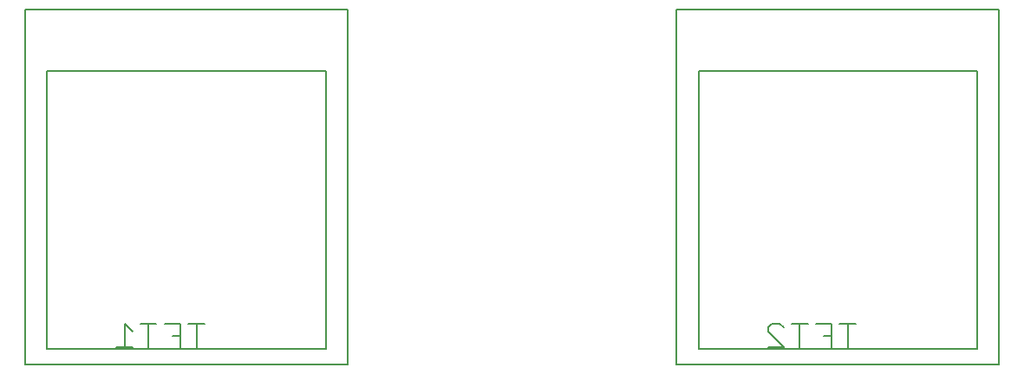
<source format=gbr>
G04 EAGLE Gerber RS-274X export*
G75*
%MOMM*%
%FSLAX34Y34*%
%LPD*%
%INSilkscreen Bottom*%
%IPPOS*%
%AMOC8*
5,1,8,0,0,1.08239X$1,22.5*%
G01*
%ADD10C,0.127000*%
%ADD11C,0.203200*%


D10*
X-453975Y-217840D02*
X-181975Y-217840D01*
X-181975Y54160D01*
X-453975Y54160D01*
X-453975Y-217840D01*
X-475575Y-232840D02*
X-160375Y-232840D01*
X-160375Y114160D01*
X-475575Y114160D01*
X-475575Y-232840D01*
D11*
X-308235Y-216224D02*
X-308235Y-192836D01*
X-300439Y-192836D02*
X-316031Y-192836D01*
X-323827Y-192836D02*
X-323827Y-216224D01*
X-323827Y-192836D02*
X-339419Y-192836D01*
X-331623Y-204530D02*
X-323827Y-204530D01*
X-355011Y-216224D02*
X-355011Y-192836D01*
X-347215Y-192836D02*
X-362807Y-192836D01*
X-370603Y-200632D02*
X-378399Y-192836D01*
X-378399Y-216224D01*
X-370603Y-216224D02*
X-386195Y-216224D01*
D10*
X181975Y-217840D02*
X453975Y-217840D01*
X453975Y54160D01*
X181975Y54160D01*
X181975Y-217840D01*
X160375Y-232840D02*
X475575Y-232840D01*
X475575Y114160D01*
X160375Y114160D01*
X160375Y-232840D01*
D11*
X327715Y-216224D02*
X327715Y-192836D01*
X335511Y-192836D02*
X319919Y-192836D01*
X312123Y-192836D02*
X312123Y-216224D01*
X312123Y-192836D02*
X296531Y-192836D01*
X304327Y-204530D02*
X312123Y-204530D01*
X280939Y-216224D02*
X280939Y-192836D01*
X288735Y-192836D02*
X273143Y-192836D01*
X265347Y-216224D02*
X249755Y-216224D01*
X265347Y-216224D02*
X249755Y-200632D01*
X249755Y-196734D01*
X253653Y-192836D01*
X261449Y-192836D01*
X265347Y-196734D01*
M02*

</source>
